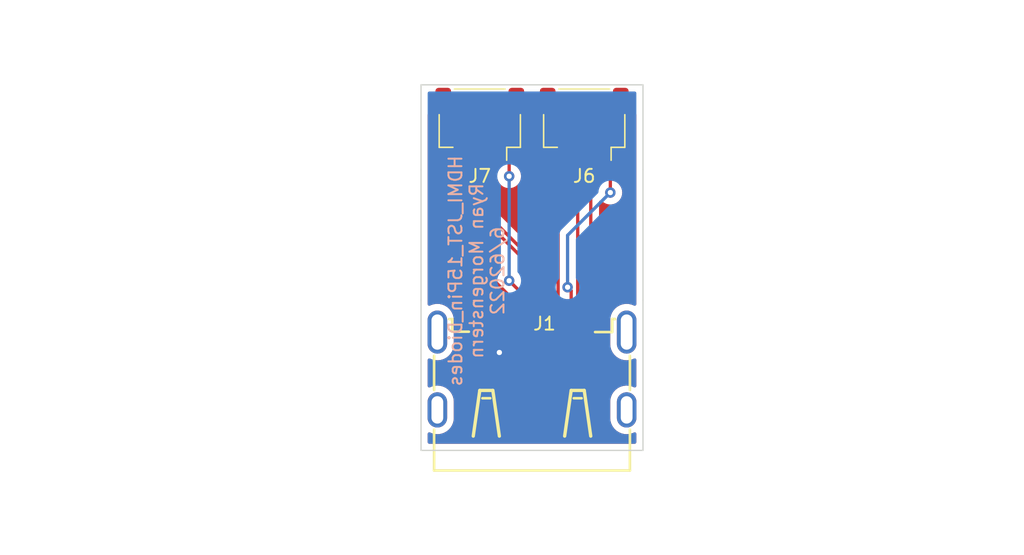
<source format=kicad_pcb>
(kicad_pcb (version 20211014) (generator pcbnew)
  (layers (0 "F.Cu" signal) (31 "B.Cu" signal) (34 "B.Paste" user) (35 "F.Paste" user) (36 "B.SilkS" user "B.Silkscreen") (37 "F.SilkS" user "F.Silkscreen") (38 "B.Mask" user) (39 "F.Mask" user) (44 "Edge.Cuts" user))
  (net 0 "")
  (net 1 "Net-(J1-Pad1)")
  (net 2 "GND")
  (net 3 "Net-(J1-Pad3)")
  (net 4 "Net-(J1-Pad4)")
  (net 5 "Net-(J1-Pad6)")
  (net 6 "Net-(J1-Pad7)")
  (net 7 "Net-(J1-Pad9)")
  (net 8 "Net-(J1-Pad10)")
  (net 9 "Net-(J1-Pad12)")
  (footprint "Connector_JST:JST_SH_SM04B-SRSS-TB_1x04-1MP_P1.00mm_Horizontal" (layer "F.Cu") (at 4 -18.5 180)
    (fp_text reference "J6" (at 0 -3.98) (layer "F.SilkS"))
    (fp_text value "Conn_01x04")
    (fp_line (start -2.06 -1.785) (end -2.06 -2.775) (layer "F.SilkS") (width 0.12))
    (fp_line (start -3.11 0.715) (end -3.11 -1.785) (layer "F.SilkS") (width 0.12))
    (fp_line (start -3.11 -1.785) (end -2.06 -1.785) (layer "F.SilkS") (width 0.12))
    (fp_line (start -1.94 2.685) (end 1.94 2.685) (layer "F.SilkS") (width 0.12))
    (fp_line (start 3.11 -1.785) (end 2.06 -1.785) (layer "F.SilkS") (width 0.12))
    (fp_line (start 3.11 0.715) (end 3.11 -1.785) (layer "F.SilkS") (width 0.12))
    (pad "1" smd roundrect (at -1.5 -2 180) (size 0.6 1.55) (layers "F.Cu" "F.Paste" "F.Mask") (net 4 "Net-(J1-Pad4)"))
    (pad "2" smd roundrect (at -0.5 -2 180) (size 0.6 1.55) (layers "F.Cu" "F.Paste" "F.Mask") (net 1 "Net-(J1-Pad1)"))
    (pad "3" smd roundrect (at 0.5 -2 180) (size 0.6 1.55) (layers "F.Cu" "F.Paste" "F.Mask") (net 3 "Net-(J1-Pad3)"))
    (pad "4" smd roundrect (at 1.5 -2 180) (size 0.6 1.55) (layers "F.Cu" "F.Paste" "F.Mask") (net 5 "Net-(J1-Pad6)"))
    (pad "MP" smd roundrect (at -2.8 1.875 180) (size 1.2 1.8) (layers "F.Cu" "F.Paste" "F.Mask") (roundrect_rratio 0.2083333333))
    (pad "MP" smd roundrect (at 2.8 1.875 180) (size 1.2 1.8) (layers "F.Cu" "F.Paste" "F.Mask") (roundrect_rratio 0.2083333333))
  )
  (footprint "Connector_JST:JST_SH_SM04B-SRSS-TB_1x04-1MP_P1.00mm_Horizontal" (layer "F.Cu") (at -4 -18.5 180)
    (fp_text reference "J7" (at 0 -3.98) (layer "F.SilkS"))
    (fp_text value "Conn_01x04")
    (fp_line (start 3.11 -1.785) (end 2.06 -1.785) (layer "F.SilkS") (width 0.12))
    (fp_line (start -2.06 -1.785) (end -2.06 -2.775) (layer "F.SilkS") (width 0.12))
    (fp_line (start -3.11 -1.785) (end -2.06 -1.785) (layer "F.SilkS") (width 0.12))
    (fp_line (start -1.94 2.685) (end 1.94 2.685) (layer "F.SilkS") (width 0.12))
    (fp_line (start -3.11 0.715) (end -3.11 -1.785) (layer "F.SilkS") (width 0.12))
    (fp_line (start 3.11 0.715) (end 3.11 -1.785) (layer "F.SilkS") (width 0.12))
    (pad "1" smd roundrect (at -1.5 -2 180) (size 0.6 1.55) (layers "F.Cu" "F.Paste" "F.Mask") (net 8 "Net-(J1-Pad10)"))
    (pad "2" smd roundrect (at -0.5 -2 180) (size 0.6 1.55) (layers "F.Cu" "F.Paste" "F.Mask") (net 6 "Net-(J1-Pad7)"))
    (pad "3" smd roundrect (at 0.5 -2 180) (size 0.6 1.55) (layers "F.Cu" "F.Paste" "F.Mask") (net 7 "Net-(J1-Pad9)"))
    (pad "4" smd roundrect (at 1.5 -2 180) (size 0.6 1.55) (layers "F.Cu" "F.Paste" "F.Mask") (net 9 "Net-(J1-Pad12)"))
    (pad "MP" smd roundrect (at -2.8 1.875 180) (size 1.2 1.8) (layers "F.Cu" "F.Paste" "F.Mask") (roundrect_rratio 0.2083333333))
    (pad "MP" smd roundrect (at 2.8 1.875 180) (size 1.2 1.8) (layers "F.Cu" "F.Paste" "F.Mask") (roundrect_rratio 0.2083333333))
  )
  (footprint "0_15Pin_FootprintsLib:HDMI-SMD_HDMI-019S" (layer "F.Cu") (at 0 0)
    (fp_text reference "J1" (at 0 -3.207) (layer "F.SilkS") (effects (justify left)))
    (fp_text value "HDMI_A")
    (fp_line (start -3 1.904) (end -4 1.904) (layer "F.SilkS") (width 0.254))
    (fp_line (start -7.5 1.875) (end -7.5 -0.743) (layer "F.SilkS") (width 0.2))
    (fp_line (start 6.08 -2.575) (end 6.145 -2.575) (layer "F.SilkS") (width 0.2))
    (fp_line (start 7.5 8.036) (end 7.5 4.917) (layer "F.SilkS") (width 0.2))
    (fp_line (start 6.08 -2.565) (end 6.08 -2.575) (layer "F.SilkS") (width 0.2))
    (fp_line (start 4.83 -2.565) (end 6.08 -2.565) (layer "F.SilkS") (width 0.2))
    (fp_line (start -7.5 8.036) (end -7.5 4.917) (layer "F.SilkS") (width 0.2))
    (fp_line (start 3.2 2.504) (end 3.8 2.504) (layer "F.SilkS") (width 0.2))
    (fp_line (start 4 1.904) (end 4.5 5.404) (layer "F.SilkS") (width 0.254))
    (fp_line (start 6.145 -3.563) (end 6.352 -3.563) (layer "F.SilkS") (width 0.2))
    (fp_line (start -3.2 2.504) (end -3.8 2.504) (layer "F.SilkS") (width 0.2))
    (fp_line (start -6.12 -2.592) (end -4.837 -2.592) (layer "F.SilkS") (width 0.2))
    (fp_line (start 3 1.904) (end 4 1.904) (layer "F.SilkS") (width 0.254))
    (fp_line (start 7.5 1.876) (end 7.5 -0.743) (layer "F.SilkS") (width 0.2))
    (fp_line (start 2.5 5.404) (end 3 1.904) (layer "F.SilkS") (width 0.254))
    (fp_line (start -6.12 -3.545) (end -6.12 -2.592) (layer "F.SilkS") (width 0.2))
    (fp_line (start -7.5 8.036) (end 7.5 8.036) (layer "F.SilkS") (width 0.2))
    (fp_line (start 6.352 -3.563) (end 6.352 -3.556) (layer "F.SilkS") (width 0.2))
    (fp_line (start 6.145 -2.575) (end 6.145 -3.563) (layer "F.SilkS") (width 0.2))
    (fp_line (start -6.107 -3.557) (end -6.107 -3.545) (layer "F.SilkS") (width 0.2))
    (fp_line (start -4 1.904) (end -4.5 5.404) (layer "F.SilkS") (width 0.254))
    (fp_line (start -6.107 -3.545) (end -6.12 -3.545) (layer "F.SilkS") (width 0.2))
    (fp_line (start -2.5 5.404) (end -3 1.904) (layer "F.SilkS") (width 0.254))
    (fp_line (start -6.35 -3.557) (end -6.107 -3.557) (layer "F.SilkS") (width 0.2))
    (pad "1" smd oval (at 4.501 -3.396) (size 0.25 2.4) (layers "F.Cu" "F.Paste" "F.Mask") (net 1 "Net-(J1-Pad1)"))
    (pad "2" smd oval (at 4.001 -3.396) (size 0.25 2.4) (layers "F.Cu" "F.Paste" "F.Mask") (net 2 "GND"))
    (pad "3" smd oval (at 3.501 -3.396) (size 0.25 2.4) (layers "F.Cu" "F.Paste" "F.Mask") (net 3 "Net-(J1-Pad3)"))
    (pad "4" smd oval (at 3.001 -3.396) (size 0.25 2.4) (layers "F.Cu" "F.Paste" "F.Mask") (net 4 "Net-(J1-Pad4)"))
    (pad "5" smd oval (at 2.5 -3.396) (size 0.25 2.4) (layers "F.Cu" "F.Paste" "F.Mask") (net 2 "GND"))
    (pad "6" smd oval (at 2 -3.396) (size 0.25 2.4) (layers "F.Cu" "F.Paste" "F.Mask") (net 5 "Net-(J1-Pad6)"))
    (pad "7" smd oval (at 1.5 -3.396) (size 0.25 2.4) (layers "F.Cu" "F.Paste" "F.Mask") (net 6 "Net-(J1-Pad7)"))
    (pad "8" smd oval (at 1 -3.396) (size 0.25 2.4) (layers "F.Cu" "F.Paste" "F.Mask") (net 2 "GND"))
    (pad "9" smd oval (at 0.5 -3.396) (size 0.25 2.4) (layers "F.Cu" "F.Paste" "F.Mask") (net 7 "Net-(J1-Pad9)"))
    (pad "10" smd oval (at 0 -3.396) (size 0.25 2.4) (layers "F.Cu" "F.Paste" "F.Mask") (net 8 "Net-(J1-Pad10)"))
    (pad "11" smd oval (at -0.5 -3.396) (size 0.25 2.4) (layers "F.Cu" "F.Paste" "F.Mask") (net 2 "GND"))
    (pad "12" smd oval (at -1 -3.396) (size 0.25 2.4) (layers "F.Cu" "F.Paste" "F.Mask") (net 9 "Net-(J1-Pad12)"))
    (pad "13" smd oval (at -1.5 -3.396) (size 0.25 2.4) (layers "F.Cu" "F.Paste" "F.Mask"))
    (pad "14" smd oval (at -2 -3.396) (size 0.25 2.4) (layers "F.Cu" "F.Paste" "F.Mask"))
    (pad "15" smd oval (at -2.5 -3.396) (size 0.25 2.4) (layers "F.Cu" "F.Paste" "F.Mask"))
    (pad "16" smd oval (at -3.001 -3.396) (size 0.25 2.4) (layers "F.Cu" "F.Paste" "F.Mask"))
    (pad "17" smd oval (at -3.501 -3.396) (size 0.25 2.4) (layers "F.Cu" "F.Paste" "F.Mask") (net 2 "GND"))
    (pad "18" smd oval (at -4.001 -3.396) (size 0.25 2.4) (layers "F.Cu" "F.Paste" "F.Mask"))
    (pad "19" smd oval (at -4.501 -3.396) (size 0.25 2.4) (layers "F.Cu" "F.Paste" "F.Mask"))
    (pad "20" thru_hole oval (at 7.25 3.396) (size 1.5 2.7) (drill oval 0.9 2.1) (layers *.Cu *.Mask))
    (pad "21" thru_hole oval (at -7.25 3.396) (size 1.5 2.7) (drill oval 0.9 2.1) (layers *.Cu *.Mask))
    (pad "22" thru_hole oval (at 7.25 -2.564) (size 1.5 3.3) (drill oval 0.9 2.7) (layers *.Cu *.Mask))
    (pad "23" thru_hole oval (at -7.25 -2.564) (size 1.5 3.3) (drill oval 0.9 2.7) (layers *.Cu *.Mask))
  )
  (gr_line (start -8.5 -5) (end -8.5 -15) (layer "Edge.Cuts") (width 0.1))
  (gr_line (start 8.5 -21.5) (end -8.5 -21.5) (layer "Edge.Cuts") (width 0.1))
  (gr_line (start 8.5 6.5) (end -8.5 6.5) (layer "Edge.Cuts") (width 0.1))
  (gr_line (start -8.5 -5) (end -8.5 6.5) (layer "Edge.Cuts") (width 0.1))
  (gr_line (start 8.5 -5) (end 8.5 6.5) (layer "Edge.Cuts") (width 0.1))
  (gr_line (start -8.5 -21.5) (end -8.5 -15) (layer "Edge.Cuts") (width 0.1))
  (gr_line (start 8.5 -5) (end 8.5 -15) (layer "Edge.Cuts") (width 0.1))
  (gr_line (start 8.5 -15) (end 8.5 -21.5) (layer "Edge.Cuts") (width 0.1))
  (gr_text "HDMI_JST_15Pin_Diodes\nRyan Morgenstern\n6/62022" (at -4.25 -7.25 90) (layer "B.SilkS") (effects (font (size 1 1)) (justify mirror)))
  (segment (start 4.501 -16.499) (end 4.5 -16.5) (width 0.25) (layer "F.Cu") (net 1))
  (segment (start 4.501 -3.396) (end 4.501 -16.499) (width 0.25) (layer "F.Cu") (net 1))
  (segment (start 3.805 -1.75) (end 2.936283 -1.75) (width 0.25) (layer "F.Cu") (net 2))
  (segment (start 2.936283 -1.75) (end 2.5 -2.186283) (width 0.25) (layer "F.Cu") (net 2))
  (segment (start 1 -1.946) (end 0.92548 -1.87148) (width 0.25) (layer "F.Cu") (net 2))
  (segment (start 2.5 -2.186283) (end 2.5 -3.396) (width 0.25) (layer "F.Cu") (net 2))
  (segment (start -3.42648 -1.87148) (end -2.62852 -1.87148) (width 0.25) (layer "F.Cu") (net 2))
  (segment (start -0.5 -2.185283) (end -0.5 -3.396) (width 0.25) (layer "F.Cu") (net 2))
  (segment (start -2.62852 -1.87148) (end -2.62852 -1.12852) (width 0.25) (layer "F.Cu") (net 2))
  (segment (start -0.813803 -1.87148) (end -0.5 -2.185283) (width 0.25) (layer "F.Cu") (net 2))
  (segment (start 1 -3.396) (end 1 -1.946) (width 0.25) (layer "F.Cu") (net 2))
  (segment (start -0.5 -2) (end -0.5 -3.396) (width 0.25) (layer "F.Cu") (net 2))
  (segment (start 2.5 -1.946) (end 2.42548 -1.87148) (width 0.25) (layer "F.Cu") (net 2))
  (segment (start 2.42548 -1.87148) (end 1.313803 -1.87148) (width 0.25) (layer "F.Cu") (net 2))
  (segment (start 4.001 -1.946) (end 3.805 -1.75) (width 0.25) (layer "F.Cu") (net 2))
  (segment (start -3.501 -1.946) (end -3.42648 -1.87148) (width 0.25) (layer "F.Cu") (net 2))
  (segment (start 1.313803 -1.87148) (end 1 -2.185283) (width 0.25) (layer "F.Cu") (net 2))
  (segment (start 0.92548 -1.87148) (end -0.37148 -1.87148) (width 0.25) (layer "F.Cu") (net 2))
  (segment (start -3.501 -3.396) (end -3.501 -1.946) (width 0.25) (layer "F.Cu") (net 2))
  (segment (start -2.62852 -1.87148) (end -0.813803 -1.87148) (width 0.25) (layer "F.Cu") (net 2))
  (segment (start -2.62852 -1.12852) (end -2.5 -1) (width 0.25) (layer "F.Cu") (net 2))
  (segment (start -0.37148 -1.87148) (end -0.5 -2) (width 0.25) (layer "F.Cu") (net 2))
  (segment (start 1 -2.185283) (end 1 -3.396) (width 0.25) (layer "F.Cu") (net 2))
  (segment (start 4.001 -3.396) (end 4.001 -1.946) (width 0.25) (layer "F.Cu") (net 2))
  (segment (start 2.5 -3.396) (end 2.5 -1.946) (width 0.25) (layer "F.Cu") (net 2))
  (via (at -2.5 -1) (size 0.8) (drill 0.4) (layers "F.Cu" "B.Cu") (net 2))
  (segment (start 3.501 -16.499) (end 3.501 -3.396) (width 0.25) (layer "F.Cu") (net 3))
  (segment (start 3.5 -16.5) (end 3.501 -16.499) (width 0.25) (layer "F.Cu") (net 3))
  (segment (start 6 -16) (end 5.5 -16.5) (width 0.25) (layer "F.Cu") (net 4))
  (segment (start 3.001 -3.396) (end 3.001 -5.7235) (width 0.25) (layer "F.Cu") (net 4))
  (segment (start 3.001 -5.7235) (end 2.7245 -6) (width 0.25) (layer "F.Cu") (net 4))
  (segment (start 6 -13.25) (end 6 -16) (width 0.25) (layer "F.Cu") (net 4))
  (via (at 2.7245 -6) (size 0.8) (drill 0.4) (layers "F.Cu" "B.Cu") (net 4))
  (via (at 6 -13.25) (size 0.8) (drill 0.4) (layers "F.Cu" "B.Cu") (net 4))
  (segment (start 2.7245 -6) (end 2.7245 -9.9745) (width 0.25) (layer "B.Cu") (net 4))
  (segment (start 2.7245 -9.9745) (end 6 -13.25) (width 0.25) (layer "B.Cu") (net 4))
  (segment (start 2.5 -16.5) (end 2 -16) (width 0.25) (layer "F.Cu") (net 5))
  (segment (start 2 -16) (end 2 -3.396) (width 0.25) (layer "F.Cu") (net 5))
  (segment (start -3.5 -11.635718) (end 1.5 -6.635718) (width 0.25) (layer "F.Cu") (net 6))
  (segment (start -3.5 -16.5) (end -3.5 -11.635718) (width 0.25) (layer "F.Cu") (net 6))
  (segment (start 1.5 -6.635718) (end 1.5 -3.396) (width 0.25) (layer "F.Cu") (net 6))
  (segment (start 0.5 -7) (end 0.5 -3.396) (width 0.25) (layer "F.Cu") (net 7))
  (segment (start -4.5 -12) (end 0.5 -7) (width 0.25) (layer "F.Cu") (net 7))
  (segment (start -4.5 -16.5) (end -4.5 -12) (width 0.25) (layer "F.Cu") (net 7))
  (segment (start 0 -3.396) (end 0 -4.75) (width 0.25) (layer "F.Cu") (net 8))
  (segment (start 0 -4.75) (end -1.75 -6.5) (width 0.25) (layer "F.Cu") (net 8))
  (segment (start -1.75 -14.5) (end -1.75 -16) (width 0.25) (layer "F.Cu") (net 8))
  (segment (start -2.25 -16.5) (end -2.5 -16.5) (width 0.25) (layer "F.Cu") (net 8))
  (segment (start -1.75 -16) (end -2.25 -16.5) (width 0.25) (layer "F.Cu") (net 8))
  (via (at -1.75 -6.5) (size 0.8) (drill 0.4) (layers "F.Cu" "B.Cu") (net 8))
  (via (at -1.75 -14.5) (size 0.8) (drill 0.4) (layers "F.Cu" "B.Cu") (net 8))
  (segment (start -1.75 -6.5) (end -1.75 -14.5) (width 0.25) (layer "B.Cu") (net 8))
  (segment (start -5.5 -16.5) (end -5.5 -9.106717) (width 0.25) (layer "F.Cu") (net 9))
  (segment (start -1 -4.606717) (end -1 -3.396) (width 0.25) (layer "F.Cu") (net 9))
  (segment (start -5.5 -9.106717) (end -1 -4.606717) (width 0.25) (layer "F.Cu") (net 9))
  (zone (net 2) (net_name "GND") (layer "F.Cu") (connect_pads (clearance 0.508)) (min_thickness 0.254) (fill yes (thermal_gap 0.508) (thermal_bridge_width 0.508))
    (polygon (pts (xy 37.689557 -27.808431) (xy 34 14.5) (xy -39 13.5) (xy -33 -28)))
  )
  (zone (net 2) (net_name "GND") (layer "B.Cu") (connect_pads (clearance 0.508)) (min_thickness 0.254) (fill yes (thermal_gap 0.508) (thermal_bridge_width 0.508))
    (polygon (pts (xy 37.5 -27) (xy 34 13.5) (xy -40.75 13.25) (xy -36 -28)))
  )
)
</source>
